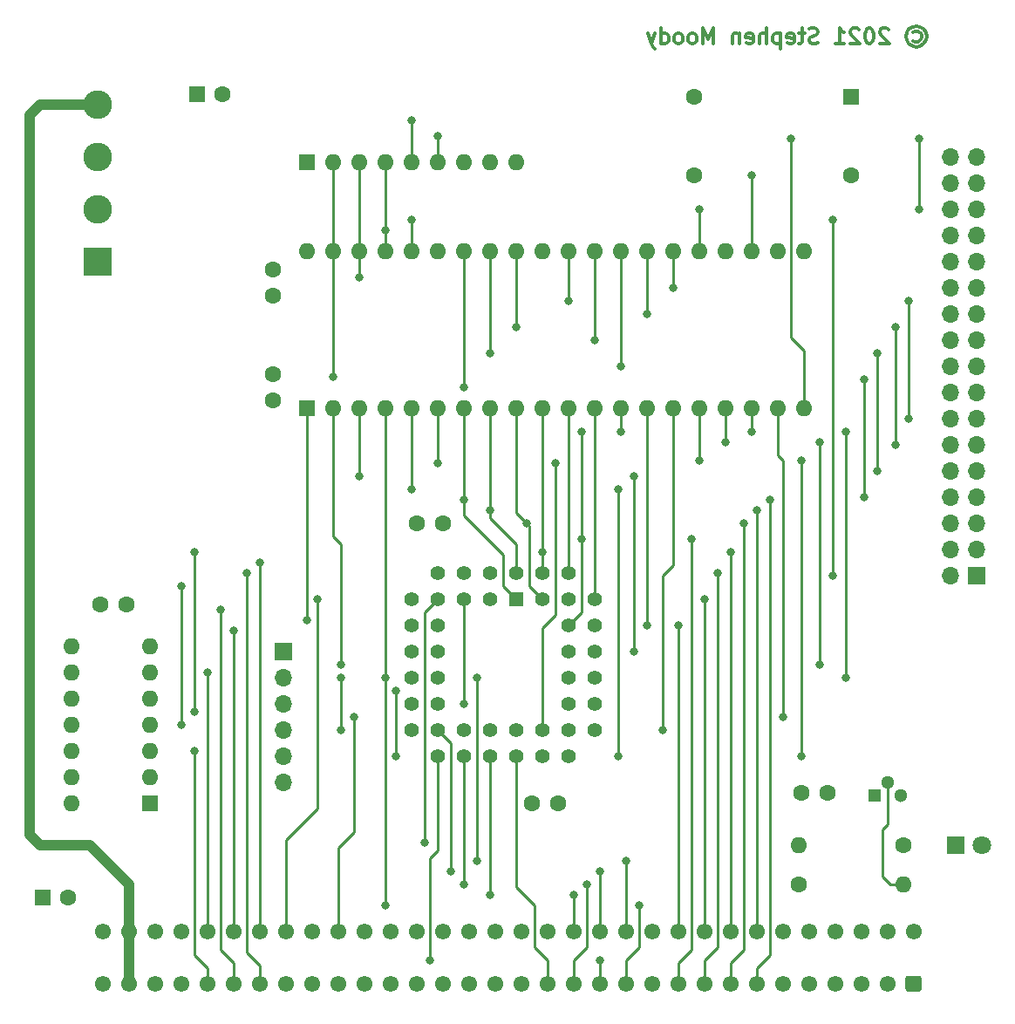
<source format=gbl>
G04 #@! TF.GenerationSoftware,KiCad,Pcbnew,(5.1.10)-1*
G04 #@! TF.CreationDate,2021-07-30T10:31:03+01:00*
G04 #@! TF.ProjectId,FloppyDiskController,466c6f70-7079-4446-9973-6b436f6e7472,rev?*
G04 #@! TF.SameCoordinates,Original*
G04 #@! TF.FileFunction,Copper,L4,Bot*
G04 #@! TF.FilePolarity,Positive*
%FSLAX46Y46*%
G04 Gerber Fmt 4.6, Leading zero omitted, Abs format (unit mm)*
G04 Created by KiCad (PCBNEW (5.1.10)-1) date 2021-07-30 10:31:03*
%MOMM*%
%LPD*%
G01*
G04 APERTURE LIST*
G04 #@! TA.AperFunction,NonConductor*
%ADD10C,0.300000*%
G04 #@! TD*
G04 #@! TA.AperFunction,ComponentPad*
%ADD11O,1.600000X1.600000*%
G04 #@! TD*
G04 #@! TA.AperFunction,ComponentPad*
%ADD12R,1.600000X1.600000*%
G04 #@! TD*
G04 #@! TA.AperFunction,ComponentPad*
%ADD13C,1.550000*%
G04 #@! TD*
G04 #@! TA.AperFunction,ComponentPad*
%ADD14O,1.700000X1.700000*%
G04 #@! TD*
G04 #@! TA.AperFunction,ComponentPad*
%ADD15R,1.700000X1.700000*%
G04 #@! TD*
G04 #@! TA.AperFunction,ComponentPad*
%ADD16C,2.780000*%
G04 #@! TD*
G04 #@! TA.AperFunction,ComponentPad*
%ADD17R,2.780000X2.780000*%
G04 #@! TD*
G04 #@! TA.AperFunction,ComponentPad*
%ADD18C,1.600000*%
G04 #@! TD*
G04 #@! TA.AperFunction,ComponentPad*
%ADD19C,1.422400*%
G04 #@! TD*
G04 #@! TA.AperFunction,ComponentPad*
%ADD20R,1.422400X1.422400*%
G04 #@! TD*
G04 #@! TA.AperFunction,ComponentPad*
%ADD21R,1.300000X1.300000*%
G04 #@! TD*
G04 #@! TA.AperFunction,ComponentPad*
%ADD22C,1.300000*%
G04 #@! TD*
G04 #@! TA.AperFunction,ComponentPad*
%ADD23C,1.800000*%
G04 #@! TD*
G04 #@! TA.AperFunction,ComponentPad*
%ADD24R,1.800000X1.800000*%
G04 #@! TD*
G04 #@! TA.AperFunction,ViaPad*
%ADD25C,0.800000*%
G04 #@! TD*
G04 #@! TA.AperFunction,Conductor*
%ADD26C,1.000000*%
G04 #@! TD*
G04 #@! TA.AperFunction,Conductor*
%ADD27C,0.250000*%
G04 #@! TD*
G04 APERTURE END LIST*
D10*
X184139285Y-32335714D02*
X184282142Y-32264285D01*
X184567857Y-32264285D01*
X184710714Y-32335714D01*
X184853571Y-32478571D01*
X184925000Y-32621428D01*
X184925000Y-32907142D01*
X184853571Y-33050000D01*
X184710714Y-33192857D01*
X184567857Y-33264285D01*
X184282142Y-33264285D01*
X184139285Y-33192857D01*
X184425000Y-31764285D02*
X184782142Y-31835714D01*
X185139285Y-32050000D01*
X185353571Y-32407142D01*
X185425000Y-32764285D01*
X185353571Y-33121428D01*
X185139285Y-33478571D01*
X184782142Y-33692857D01*
X184425000Y-33764285D01*
X184067857Y-33692857D01*
X183710714Y-33478571D01*
X183496428Y-33121428D01*
X183425000Y-32764285D01*
X183496428Y-32407142D01*
X183710714Y-32050000D01*
X184067857Y-31835714D01*
X184425000Y-31764285D01*
X181710714Y-32121428D02*
X181639285Y-32050000D01*
X181496428Y-31978571D01*
X181139285Y-31978571D01*
X180996428Y-32050000D01*
X180925000Y-32121428D01*
X180853571Y-32264285D01*
X180853571Y-32407142D01*
X180925000Y-32621428D01*
X181782142Y-33478571D01*
X180853571Y-33478571D01*
X179925000Y-31978571D02*
X179782142Y-31978571D01*
X179639285Y-32050000D01*
X179567857Y-32121428D01*
X179496428Y-32264285D01*
X179425000Y-32550000D01*
X179425000Y-32907142D01*
X179496428Y-33192857D01*
X179567857Y-33335714D01*
X179639285Y-33407142D01*
X179782142Y-33478571D01*
X179925000Y-33478571D01*
X180067857Y-33407142D01*
X180139285Y-33335714D01*
X180210714Y-33192857D01*
X180282142Y-32907142D01*
X180282142Y-32550000D01*
X180210714Y-32264285D01*
X180139285Y-32121428D01*
X180067857Y-32050000D01*
X179925000Y-31978571D01*
X178853571Y-32121428D02*
X178782142Y-32050000D01*
X178639285Y-31978571D01*
X178282142Y-31978571D01*
X178139285Y-32050000D01*
X178067857Y-32121428D01*
X177996428Y-32264285D01*
X177996428Y-32407142D01*
X178067857Y-32621428D01*
X178925000Y-33478571D01*
X177996428Y-33478571D01*
X176567857Y-33478571D02*
X177425000Y-33478571D01*
X176996428Y-33478571D02*
X176996428Y-31978571D01*
X177139285Y-32192857D01*
X177282142Y-32335714D01*
X177425000Y-32407142D01*
X174853571Y-33407142D02*
X174639285Y-33478571D01*
X174282142Y-33478571D01*
X174139285Y-33407142D01*
X174067857Y-33335714D01*
X173996428Y-33192857D01*
X173996428Y-33050000D01*
X174067857Y-32907142D01*
X174139285Y-32835714D01*
X174282142Y-32764285D01*
X174567857Y-32692857D01*
X174710714Y-32621428D01*
X174782142Y-32550000D01*
X174853571Y-32407142D01*
X174853571Y-32264285D01*
X174782142Y-32121428D01*
X174710714Y-32050000D01*
X174567857Y-31978571D01*
X174210714Y-31978571D01*
X173996428Y-32050000D01*
X173567857Y-32478571D02*
X172996428Y-32478571D01*
X173353571Y-31978571D02*
X173353571Y-33264285D01*
X173282142Y-33407142D01*
X173139285Y-33478571D01*
X172996428Y-33478571D01*
X171925000Y-33407142D02*
X172067857Y-33478571D01*
X172353571Y-33478571D01*
X172496428Y-33407142D01*
X172567857Y-33264285D01*
X172567857Y-32692857D01*
X172496428Y-32550000D01*
X172353571Y-32478571D01*
X172067857Y-32478571D01*
X171925000Y-32550000D01*
X171853571Y-32692857D01*
X171853571Y-32835714D01*
X172567857Y-32978571D01*
X171210714Y-32478571D02*
X171210714Y-33978571D01*
X171210714Y-32550000D02*
X171067857Y-32478571D01*
X170782142Y-32478571D01*
X170639285Y-32550000D01*
X170567857Y-32621428D01*
X170496428Y-32764285D01*
X170496428Y-33192857D01*
X170567857Y-33335714D01*
X170639285Y-33407142D01*
X170782142Y-33478571D01*
X171067857Y-33478571D01*
X171210714Y-33407142D01*
X169853571Y-33478571D02*
X169853571Y-31978571D01*
X169210714Y-33478571D02*
X169210714Y-32692857D01*
X169282142Y-32550000D01*
X169425000Y-32478571D01*
X169639285Y-32478571D01*
X169782142Y-32550000D01*
X169853571Y-32621428D01*
X167925000Y-33407142D02*
X168067857Y-33478571D01*
X168353571Y-33478571D01*
X168496428Y-33407142D01*
X168567857Y-33264285D01*
X168567857Y-32692857D01*
X168496428Y-32550000D01*
X168353571Y-32478571D01*
X168067857Y-32478571D01*
X167925000Y-32550000D01*
X167853571Y-32692857D01*
X167853571Y-32835714D01*
X168567857Y-32978571D01*
X167210714Y-32478571D02*
X167210714Y-33478571D01*
X167210714Y-32621428D02*
X167139285Y-32550000D01*
X166996428Y-32478571D01*
X166782142Y-32478571D01*
X166639285Y-32550000D01*
X166567857Y-32692857D01*
X166567857Y-33478571D01*
X164710714Y-33478571D02*
X164710714Y-31978571D01*
X164210714Y-33050000D01*
X163710714Y-31978571D01*
X163710714Y-33478571D01*
X162782142Y-33478571D02*
X162925000Y-33407142D01*
X162996428Y-33335714D01*
X163067857Y-33192857D01*
X163067857Y-32764285D01*
X162996428Y-32621428D01*
X162925000Y-32550000D01*
X162782142Y-32478571D01*
X162567857Y-32478571D01*
X162425000Y-32550000D01*
X162353571Y-32621428D01*
X162282142Y-32764285D01*
X162282142Y-33192857D01*
X162353571Y-33335714D01*
X162425000Y-33407142D01*
X162567857Y-33478571D01*
X162782142Y-33478571D01*
X161425000Y-33478571D02*
X161567857Y-33407142D01*
X161639285Y-33335714D01*
X161710714Y-33192857D01*
X161710714Y-32764285D01*
X161639285Y-32621428D01*
X161567857Y-32550000D01*
X161425000Y-32478571D01*
X161210714Y-32478571D01*
X161067857Y-32550000D01*
X160996428Y-32621428D01*
X160925000Y-32764285D01*
X160925000Y-33192857D01*
X160996428Y-33335714D01*
X161067857Y-33407142D01*
X161210714Y-33478571D01*
X161425000Y-33478571D01*
X159639285Y-33478571D02*
X159639285Y-31978571D01*
X159639285Y-33407142D02*
X159782142Y-33478571D01*
X160067857Y-33478571D01*
X160210714Y-33407142D01*
X160282142Y-33335714D01*
X160353571Y-33192857D01*
X160353571Y-32764285D01*
X160282142Y-32621428D01*
X160210714Y-32550000D01*
X160067857Y-32478571D01*
X159782142Y-32478571D01*
X159639285Y-32550000D01*
X159067857Y-32478571D02*
X158710714Y-33478571D01*
X158353571Y-32478571D02*
X158710714Y-33478571D01*
X158853571Y-33835714D01*
X158925000Y-33907142D01*
X159067857Y-33978571D01*
D11*
X125222000Y-53594000D03*
X173482000Y-68834000D03*
X127762000Y-53594000D03*
X170942000Y-68834000D03*
X130302000Y-53594000D03*
X168402000Y-68834000D03*
X132842000Y-53594000D03*
X165862000Y-68834000D03*
X135382000Y-53594000D03*
X163322000Y-68834000D03*
X137922000Y-53594000D03*
X160782000Y-68834000D03*
X140462000Y-53594000D03*
X158242000Y-68834000D03*
X143002000Y-53594000D03*
X155702000Y-68834000D03*
X145542000Y-53594000D03*
X153162000Y-68834000D03*
X148082000Y-53594000D03*
X150622000Y-68834000D03*
X150622000Y-53594000D03*
X148082000Y-68834000D03*
X153162000Y-53594000D03*
X145542000Y-68834000D03*
X155702000Y-53594000D03*
X143002000Y-68834000D03*
X158242000Y-53594000D03*
X140462000Y-68834000D03*
X160782000Y-53594000D03*
X137922000Y-68834000D03*
X163322000Y-53594000D03*
X135382000Y-68834000D03*
X165862000Y-53594000D03*
X132842000Y-68834000D03*
X168402000Y-53594000D03*
X130302000Y-68834000D03*
X170942000Y-53594000D03*
X127762000Y-68834000D03*
X173482000Y-53594000D03*
D12*
X125222000Y-68834000D03*
D11*
X102362000Y-107188000D03*
X109982000Y-91948000D03*
X102362000Y-104648000D03*
X109982000Y-94488000D03*
X102362000Y-102108000D03*
X109982000Y-97028000D03*
X102362000Y-99568000D03*
X109982000Y-99568000D03*
X102362000Y-97028000D03*
X109982000Y-102108000D03*
X102362000Y-94488000D03*
X109982000Y-104648000D03*
X102362000Y-91948000D03*
D12*
X109982000Y-107188000D03*
D13*
X105410000Y-119634000D03*
X107950000Y-119634000D03*
X110490000Y-119634000D03*
X113030000Y-119634000D03*
X115570000Y-119634000D03*
X118110000Y-119634000D03*
X120650000Y-119634000D03*
X123190000Y-119634000D03*
X125730000Y-119634000D03*
X128270000Y-119634000D03*
X130810000Y-119634000D03*
X133350000Y-119634000D03*
X135890000Y-119634000D03*
X138430000Y-119634000D03*
X140970000Y-119634000D03*
X143510000Y-119634000D03*
X146050000Y-119634000D03*
X148590000Y-119634000D03*
X151130000Y-119634000D03*
X153670000Y-119634000D03*
X156210000Y-119634000D03*
X158750000Y-119634000D03*
X161290000Y-119634000D03*
X163830000Y-119634000D03*
X166370000Y-119634000D03*
X168910000Y-119634000D03*
X171450000Y-119634000D03*
X173990000Y-119634000D03*
X176530000Y-119634000D03*
X179070000Y-119634000D03*
X181610000Y-119634000D03*
X184150000Y-119634000D03*
X105410000Y-124714000D03*
X107950000Y-124714000D03*
X110490000Y-124714000D03*
X113030000Y-124714000D03*
X115570000Y-124714000D03*
X118110000Y-124714000D03*
X120650000Y-124714000D03*
X123190000Y-124714000D03*
X125730000Y-124714000D03*
X128270000Y-124714000D03*
X130810000Y-124714000D03*
X133350000Y-124714000D03*
X135890000Y-124714000D03*
X138430000Y-124714000D03*
X140970000Y-124714000D03*
X143510000Y-124714000D03*
X146050000Y-124714000D03*
X148590000Y-124714000D03*
X151130000Y-124714000D03*
X153670000Y-124714000D03*
X156210000Y-124714000D03*
X158750000Y-124714000D03*
X161290000Y-124714000D03*
X163830000Y-124714000D03*
X166370000Y-124714000D03*
X168910000Y-124714000D03*
X171450000Y-124714000D03*
X173990000Y-124714000D03*
X176530000Y-124714000D03*
X179070000Y-124714000D03*
X181610000Y-124714000D03*
G04 #@! TA.AperFunction,ComponentPad*
G36*
G01*
X184925000Y-124188998D02*
X184925000Y-125239002D01*
G75*
G02*
X184675002Y-125489000I-249998J0D01*
G01*
X183624998Y-125489000D01*
G75*
G02*
X183375000Y-125239002I0J249998D01*
G01*
X183375000Y-124188998D01*
G75*
G02*
X183624998Y-123939000I249998J0D01*
G01*
X184675002Y-123939000D01*
G75*
G02*
X184925000Y-124188998I0J-249998D01*
G01*
G37*
G04 #@! TD.AperFunction*
D14*
X122936000Y-105156000D03*
X122936000Y-102616000D03*
X122936000Y-100076000D03*
X122936000Y-97536000D03*
X122936000Y-94996000D03*
D15*
X122936000Y-92456000D03*
D16*
X104902000Y-39370000D03*
X104902000Y-44450000D03*
X104902000Y-49530000D03*
D17*
X104902000Y-54610000D03*
D18*
X102068000Y-116332000D03*
D12*
X99568000Y-116332000D03*
D18*
X117054000Y-38354000D03*
D12*
X114554000Y-38354000D03*
D18*
X162814000Y-38608000D03*
X162814000Y-46228000D03*
X178054000Y-46228000D03*
D12*
X178054000Y-38608000D03*
D19*
X153162000Y-87376000D03*
X153162000Y-89916000D03*
X153162000Y-92456000D03*
X153162000Y-94996000D03*
X153162000Y-97536000D03*
X150622000Y-84836000D03*
X150622000Y-89916000D03*
X150622000Y-92456000D03*
X150622000Y-94996000D03*
X150622000Y-97536000D03*
X150622000Y-100076000D03*
X150622000Y-102616000D03*
X148082000Y-102616000D03*
X145542000Y-102616000D03*
X143002000Y-102616000D03*
X140462000Y-102616000D03*
X137922000Y-102616000D03*
X153162000Y-100076000D03*
X148082000Y-100076000D03*
X145542000Y-100076000D03*
X143002000Y-100076000D03*
X140462000Y-100076000D03*
X137922000Y-100076000D03*
X135382000Y-100076000D03*
X135382000Y-97536000D03*
X135382000Y-94996000D03*
X135382000Y-92456000D03*
X135382000Y-89916000D03*
X135382000Y-87376000D03*
X137922000Y-97536000D03*
X137922000Y-94996000D03*
X137922000Y-92456000D03*
X137922000Y-89916000D03*
X137922000Y-87376000D03*
X148082000Y-84836000D03*
X145542000Y-84836000D03*
X137922000Y-84836000D03*
X140462000Y-84836000D03*
X143002000Y-84836000D03*
X150622000Y-87376000D03*
X148082000Y-87376000D03*
X140462000Y-87376000D03*
X143002000Y-87376000D03*
D20*
X145542000Y-87376000D03*
D11*
X145542000Y-44958000D03*
X143002000Y-44958000D03*
X140462000Y-44958000D03*
X137922000Y-44958000D03*
X135382000Y-44958000D03*
X132842000Y-44958000D03*
X130302000Y-44958000D03*
X127762000Y-44958000D03*
D12*
X125222000Y-44958000D03*
D11*
X172974000Y-111252000D03*
D18*
X183134000Y-111252000D03*
D11*
X183134000Y-115062000D03*
D18*
X172974000Y-115062000D03*
D21*
X180340000Y-106426000D03*
D22*
X182880000Y-106426000D03*
X181610000Y-105156000D03*
D14*
X187706000Y-44450000D03*
X190246000Y-44450000D03*
X187706000Y-46990000D03*
X190246000Y-46990000D03*
X187706000Y-49530000D03*
X190246000Y-49530000D03*
X187706000Y-52070000D03*
X190246000Y-52070000D03*
X187706000Y-54610000D03*
X190246000Y-54610000D03*
X187706000Y-57150000D03*
X190246000Y-57150000D03*
X187706000Y-59690000D03*
X190246000Y-59690000D03*
X187706000Y-62230000D03*
X190246000Y-62230000D03*
X187706000Y-64770000D03*
X190246000Y-64770000D03*
X187706000Y-67310000D03*
X190246000Y-67310000D03*
X187706000Y-69850000D03*
X190246000Y-69850000D03*
X187706000Y-72390000D03*
X190246000Y-72390000D03*
X187706000Y-74930000D03*
X190246000Y-74930000D03*
X187706000Y-77470000D03*
X190246000Y-77470000D03*
X187706000Y-80010000D03*
X190246000Y-80010000D03*
X187706000Y-82550000D03*
X190246000Y-82550000D03*
X187706000Y-85090000D03*
D15*
X190246000Y-85090000D03*
D23*
X190754000Y-111252000D03*
D24*
X188214000Y-111252000D03*
D18*
X147106000Y-107188000D03*
X149606000Y-107188000D03*
X121920000Y-65572000D03*
X121920000Y-68072000D03*
X107696000Y-87884000D03*
X105196000Y-87884000D03*
X175768000Y-106172000D03*
X173268000Y-106172000D03*
X121920000Y-55412000D03*
X121920000Y-57912000D03*
X138430000Y-80010000D03*
X135930000Y-80010000D03*
D25*
X115570000Y-94488000D03*
X118110000Y-90423996D03*
X126238000Y-87376000D03*
X140462000Y-97536000D03*
X129794000Y-98806000D03*
X143002000Y-116078000D03*
X151130000Y-116078000D03*
X156210000Y-112776000D03*
X141732000Y-112776000D03*
X141732000Y-94996000D03*
X158242000Y-89916000D03*
X161290000Y-89916000D03*
X163830000Y-87376000D03*
X148082000Y-82804000D03*
X166370000Y-82804000D03*
X168910000Y-78740000D03*
X143002000Y-78740000D03*
X114300000Y-102108000D03*
X116840000Y-88392000D03*
X119380000Y-84836000D03*
X140462000Y-115062000D03*
X152400000Y-115062000D03*
X153670000Y-122428000D03*
X137160000Y-122428000D03*
X132842000Y-117094000D03*
X157480000Y-117094000D03*
X132842000Y-94996000D03*
X151892000Y-71120000D03*
X155702000Y-71120000D03*
X162560000Y-81534000D03*
X151892000Y-81534000D03*
X165100000Y-84836000D03*
X167640000Y-80010000D03*
X146558000Y-80010000D03*
X170180000Y-77724000D03*
X140462000Y-77724000D03*
X137922000Y-42418000D03*
X163322000Y-49530000D03*
X172212000Y-42672000D03*
X135382000Y-40894000D03*
X184658000Y-49530000D03*
X184658000Y-42672000D03*
X132842000Y-51562000D03*
X130302000Y-56134000D03*
X160782000Y-57150000D03*
X158242000Y-59690000D03*
X153162000Y-62230000D03*
X155702000Y-64770000D03*
X140462000Y-66802000D03*
X183642000Y-69850000D03*
X183642000Y-58420000D03*
X150622000Y-58420000D03*
X182372000Y-72390000D03*
X182372000Y-60960000D03*
X145542000Y-60960000D03*
X180594000Y-74930000D03*
X180594000Y-63500000D03*
X143002000Y-63500000D03*
X179324000Y-77470000D03*
X179324000Y-66040000D03*
X127762000Y-65786000D03*
X176276000Y-85090000D03*
X176276000Y-50546000D03*
X135382000Y-50546000D03*
X136652000Y-110998000D03*
X113030000Y-86106000D03*
X113030000Y-99568000D03*
X114300000Y-82804000D03*
X114300000Y-98298000D03*
X156972000Y-92456000D03*
X156972000Y-75438000D03*
X130302000Y-75438000D03*
X177546000Y-94996000D03*
X177546000Y-71120000D03*
X168402000Y-71120000D03*
X128524000Y-93726000D03*
X175006000Y-93726000D03*
X175006000Y-72136000D03*
X165862000Y-72136000D03*
X135382000Y-76708000D03*
X155448000Y-102616000D03*
X155448000Y-76708000D03*
X173228000Y-102616000D03*
X173228000Y-73914000D03*
X163322000Y-73914000D03*
X159766000Y-100076000D03*
X149352000Y-74168000D03*
X137922000Y-74168000D03*
X171450000Y-98806000D03*
X125222000Y-89408000D03*
X120650000Y-83820000D03*
X168402000Y-46228000D03*
X153670000Y-113792000D03*
X139192000Y-113792000D03*
X133858000Y-102616000D03*
X133858000Y-96266000D03*
X128524000Y-94996000D03*
X128524000Y-100076000D03*
D26*
X107950000Y-124714000D02*
X107950000Y-119634000D01*
X107950000Y-119634000D02*
X107950000Y-115062000D01*
X107950000Y-115062000D02*
X104140000Y-111252000D01*
X104140000Y-111252000D02*
X99314000Y-111252000D01*
X99314000Y-111252000D02*
X98298000Y-110236000D01*
X98298000Y-110236000D02*
X98298000Y-40386000D01*
X99314000Y-39370000D02*
X104902000Y-39370000D01*
X98298000Y-40386000D02*
X99314000Y-39370000D01*
D27*
X115570000Y-119634000D02*
X115570000Y-94488000D01*
X118110000Y-119634000D02*
X118110000Y-90423996D01*
X126238000Y-87376000D02*
X126238000Y-107696000D01*
X123190000Y-110744000D02*
X123190000Y-119634000D01*
X126238000Y-107696000D02*
X123190000Y-110744000D01*
X140462000Y-87376000D02*
X140462000Y-97536000D01*
X129794000Y-98806000D02*
X129794000Y-109982000D01*
X128270000Y-111506000D02*
X128270000Y-119634000D01*
X129794000Y-109982000D02*
X128270000Y-111506000D01*
X143002000Y-102616000D02*
X143002000Y-116078000D01*
X151130000Y-116078000D02*
X151130000Y-119634000D01*
X156210000Y-119634000D02*
X156210000Y-112776000D01*
X141732000Y-112776000D02*
X141732000Y-94996000D01*
X158242000Y-89916000D02*
X158242000Y-68834000D01*
X161290000Y-89916000D02*
X161290000Y-119634000D01*
X153162000Y-68834000D02*
X153162000Y-87376000D01*
X163830000Y-87376000D02*
X163830000Y-119634000D01*
X148082000Y-83566000D02*
X148082000Y-82804000D01*
X148082000Y-68834000D02*
X148082000Y-83566000D01*
X148082000Y-83566000D02*
X148082000Y-84836000D01*
X166370000Y-82804000D02*
X166370000Y-119634000D01*
X145542000Y-82042000D02*
X145542000Y-84836000D01*
X143002000Y-79502000D02*
X145542000Y-82042000D01*
X168910000Y-119634000D02*
X168910000Y-78740000D01*
X143002000Y-78740000D02*
X143002000Y-79502000D01*
X143002000Y-68834000D02*
X143002000Y-78740000D01*
X115570000Y-124714000D02*
X115570000Y-123190000D01*
X115570000Y-123190000D02*
X114300000Y-121920000D01*
X114300000Y-121920000D02*
X114300000Y-102108000D01*
X118110000Y-122682000D02*
X118110000Y-124714000D01*
X116840000Y-121412000D02*
X118110000Y-122682000D01*
X116840000Y-114046000D02*
X116840000Y-121412000D01*
X116840000Y-114046000D02*
X116840000Y-90424000D01*
X116840000Y-90424000D02*
X116840000Y-88392000D01*
X120650000Y-122936000D02*
X120650000Y-124714000D01*
X119380000Y-121666000D02*
X120650000Y-122936000D01*
X119380000Y-84836000D02*
X119380000Y-121666000D01*
X145542000Y-102616000D02*
X145542000Y-115316000D01*
X145542000Y-115316000D02*
X147320000Y-117094000D01*
X147320000Y-117094000D02*
X147320000Y-121158000D01*
X148590000Y-122428000D02*
X148590000Y-124714000D01*
X147320000Y-121158000D02*
X148590000Y-122428000D01*
X140462000Y-102616000D02*
X140462000Y-115062000D01*
X152400000Y-115062000D02*
X152400000Y-121158000D01*
X151130000Y-122428000D02*
X151130000Y-124714000D01*
X152400000Y-121158000D02*
X151130000Y-122428000D01*
X153670000Y-124714000D02*
X153670000Y-122428000D01*
X137160000Y-122428000D02*
X137160000Y-112522000D01*
X137922000Y-111760000D02*
X137922000Y-102616000D01*
X137160000Y-112522000D02*
X137922000Y-111760000D01*
X132842000Y-103378000D02*
X132842000Y-117094000D01*
X132842000Y-103378000D02*
X132842000Y-104648000D01*
X157480000Y-117094000D02*
X157480000Y-121158000D01*
X156210000Y-122428000D02*
X156210000Y-124714000D01*
X157480000Y-121158000D02*
X156210000Y-122428000D01*
X132842000Y-94996000D02*
X132842000Y-103378000D01*
X132842000Y-68834000D02*
X132842000Y-94996000D01*
X150622000Y-89916000D02*
X151892000Y-88646000D01*
X155702000Y-71120000D02*
X155702000Y-68834000D01*
X151892000Y-81534000D02*
X151892000Y-71120000D01*
X151892000Y-88646000D02*
X151892000Y-81534000D01*
X162560000Y-111760000D02*
X162560000Y-81534000D01*
X162560000Y-121412000D02*
X162560000Y-111760000D01*
X161290000Y-122682000D02*
X162560000Y-121412000D01*
X161290000Y-124714000D02*
X161290000Y-122682000D01*
X150622000Y-68834000D02*
X150622000Y-84836000D01*
X163830000Y-122428000D02*
X165100000Y-121158000D01*
X163830000Y-124714000D02*
X163830000Y-122428000D01*
X165100000Y-121158000D02*
X165100000Y-86106000D01*
X165100000Y-86106000D02*
X165100000Y-84836000D01*
X146812000Y-86106000D02*
X148082000Y-87376000D01*
X146812000Y-80264000D02*
X146812000Y-86106000D01*
X145542000Y-68834000D02*
X145542000Y-78994000D01*
X166370000Y-124714000D02*
X166370000Y-122682000D01*
X166370000Y-122682000D02*
X167640000Y-121412000D01*
X167640000Y-87630000D02*
X167640000Y-80010000D01*
X167640000Y-121412000D02*
X167640000Y-87630000D01*
X146558000Y-80010000D02*
X146812000Y-80264000D01*
X145542000Y-78994000D02*
X146558000Y-80010000D01*
X140462000Y-79248000D02*
X144272000Y-83058000D01*
X144272000Y-86106000D02*
X145542000Y-87376000D01*
X144272000Y-83058000D02*
X144272000Y-86106000D01*
X168910000Y-124714000D02*
X168910000Y-123190000D01*
X168910000Y-123190000D02*
X170180000Y-121920000D01*
X170180000Y-121920000D02*
X170180000Y-77724000D01*
X140462000Y-77724000D02*
X140462000Y-79248000D01*
X140462000Y-68834000D02*
X140462000Y-77724000D01*
X137922000Y-42418000D02*
X137922000Y-44958000D01*
X163322000Y-49530000D02*
X163322000Y-53594000D01*
X173482000Y-63246000D02*
X172212000Y-61976000D01*
X173482000Y-68834000D02*
X173482000Y-63246000D01*
X172212000Y-52324000D02*
X172212000Y-42672000D01*
X172212000Y-61976000D02*
X172212000Y-52324000D01*
X135382000Y-40894000D02*
X135382000Y-44958000D01*
X184658000Y-49530000D02*
X184658000Y-42672000D01*
X132842000Y-51562000D02*
X132842000Y-53594000D01*
X132842000Y-44958000D02*
X132842000Y-51562000D01*
X130302000Y-56134000D02*
X130302000Y-53594000D01*
X130302000Y-53594000D02*
X130302000Y-44958000D01*
X160782000Y-57150000D02*
X160782000Y-53594000D01*
X158242000Y-59690000D02*
X158242000Y-53594000D01*
X153162000Y-62230000D02*
X153162000Y-53594000D01*
X155702000Y-64770000D02*
X155702000Y-53594000D01*
X140462000Y-66802000D02*
X140462000Y-53594000D01*
X183642000Y-69850000D02*
X183642000Y-58420000D01*
X150622000Y-58420000D02*
X150622000Y-53594000D01*
X182372000Y-72390000D02*
X182372000Y-60960000D01*
X145542000Y-60960000D02*
X145542000Y-53594000D01*
X180594000Y-74930000D02*
X180594000Y-63500000D01*
X143002000Y-63500000D02*
X143002000Y-53594000D01*
X127762000Y-53594000D02*
X127762000Y-44958000D01*
X179324000Y-77470000D02*
X179324000Y-66040000D01*
X127762000Y-65786000D02*
X127762000Y-53594000D01*
X176276000Y-54102000D02*
X176276000Y-50546000D01*
X176276000Y-85090000D02*
X176276000Y-54102000D01*
X135382000Y-50546000D02*
X135382000Y-53594000D01*
X181610000Y-105156000D02*
X181610000Y-109220000D01*
X181610000Y-109220000D02*
X181102000Y-109728000D01*
X181102000Y-109728000D02*
X181102000Y-114300000D01*
X181864000Y-115062000D02*
X183134000Y-115062000D01*
X181102000Y-114300000D02*
X181864000Y-115062000D01*
X137922000Y-87376000D02*
X136652000Y-88646000D01*
X136652000Y-88646000D02*
X136652000Y-96012000D01*
X136652000Y-96012000D02*
X136652000Y-110998000D01*
X113030000Y-86106000D02*
X113030000Y-99568000D01*
X114300000Y-82804000D02*
X114300000Y-98298000D01*
X156972000Y-92456000D02*
X156972000Y-75438000D01*
X130302000Y-75438000D02*
X130302000Y-68834000D01*
X177546000Y-94996000D02*
X177546000Y-71120000D01*
X168402000Y-71120000D02*
X168402000Y-68834000D01*
X128524000Y-93726000D02*
X128524000Y-82042000D01*
X127762000Y-81280000D02*
X127762000Y-68834000D01*
X128524000Y-82042000D02*
X127762000Y-81280000D01*
X175006000Y-93726000D02*
X175006000Y-72136000D01*
X165862000Y-72136000D02*
X165862000Y-68834000D01*
X135382000Y-76708000D02*
X135382000Y-68834000D01*
X155448000Y-102616000D02*
X155448000Y-76708000D01*
X173228000Y-102616000D02*
X173228000Y-73914000D01*
X163322000Y-73914000D02*
X163322000Y-68834000D01*
X160782000Y-68834000D02*
X160782000Y-83566000D01*
X160782000Y-83566000D02*
X160782000Y-84074000D01*
X159766000Y-85090000D02*
X159766000Y-100076000D01*
X160782000Y-84074000D02*
X159766000Y-85090000D01*
X148082000Y-100076000D02*
X148082000Y-90170000D01*
X148082000Y-90170000D02*
X149352000Y-88900000D01*
X149352000Y-88900000D02*
X149352000Y-74168000D01*
X137922000Y-74168000D02*
X137922000Y-68834000D01*
X171450000Y-73914000D02*
X171450000Y-98806000D01*
X170942000Y-73406000D02*
X171450000Y-73914000D01*
X170942000Y-68834000D02*
X170942000Y-73406000D01*
X125222000Y-87376000D02*
X125222000Y-89408000D01*
X125222000Y-87376000D02*
X125222000Y-68834000D01*
X120650000Y-119634000D02*
X120650000Y-84385685D01*
X120650000Y-84385685D02*
X120650000Y-83820000D01*
X168402000Y-53594000D02*
X168402000Y-46228000D01*
X153670000Y-119634000D02*
X153670000Y-113792000D01*
X139192000Y-101346000D02*
X137922000Y-100076000D01*
X139192000Y-113792000D02*
X139192000Y-101346000D01*
X133858000Y-102616000D02*
X133858000Y-96266000D01*
X128524000Y-100076000D02*
X128524000Y-94996000D01*
M02*

</source>
